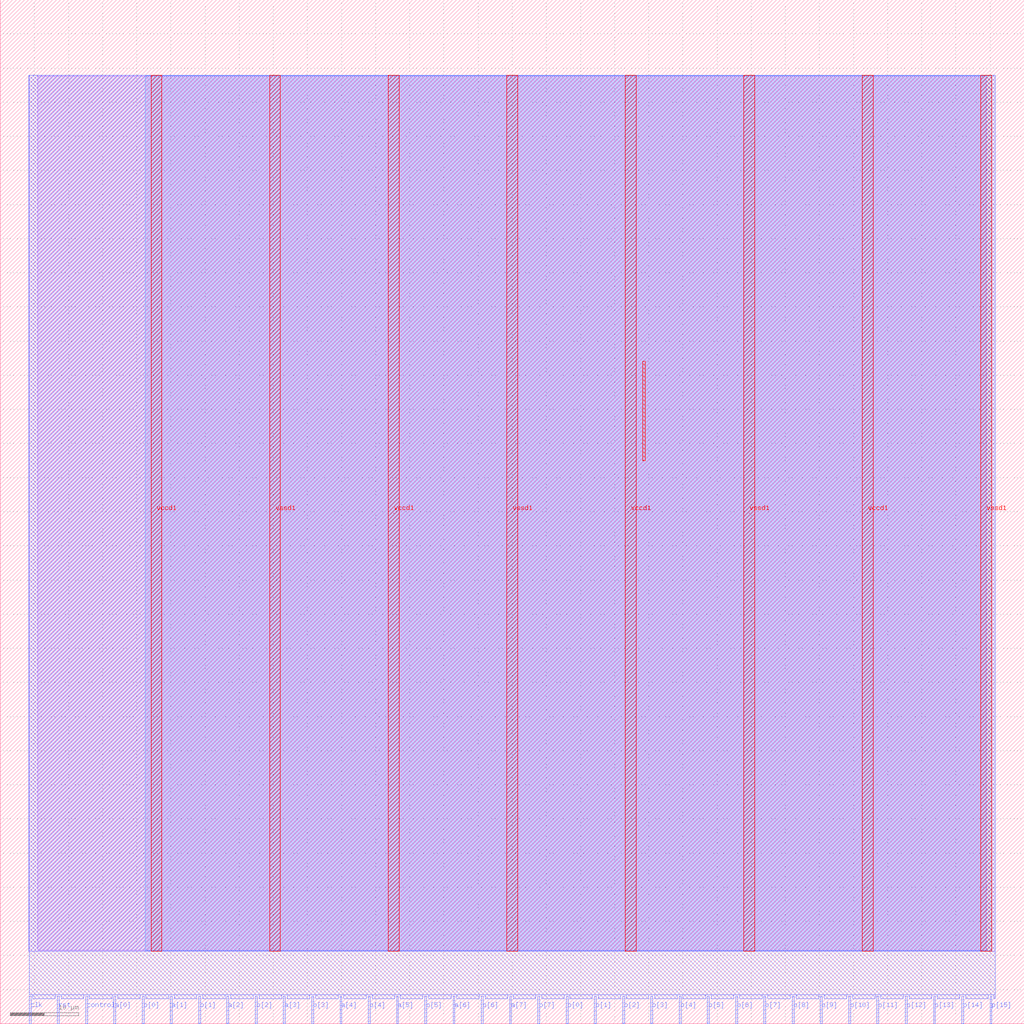
<source format=lef>
VERSION 5.7 ;
  NOWIREEXTENSIONATPIN ON ;
  DIVIDERCHAR "/" ;
  BUSBITCHARS "[]" ;
MACRO vmsu_8bit_top
  CLASS BLOCK ;
  FOREIGN vmsu_8bit_top ;
  ORIGIN 0.000 0.000 ;
  SIZE 150.000 BY 150.000 ;
  PIN a[0]
    DIRECTION INPUT ;
    USE SIGNAL ;
    ANTENNAGATEAREA 0.196500 ;
    PORT
      LAYER met2 ;
        RECT 16.650 0.000 16.930 4.000 ;
    END
  END a[0]
  PIN a[1]
    DIRECTION INPUT ;
    USE SIGNAL ;
    ANTENNAGATEAREA 0.196500 ;
    PORT
      LAYER met2 ;
        RECT 24.930 0.000 25.210 4.000 ;
    END
  END a[1]
  PIN a[2]
    DIRECTION INPUT ;
    USE SIGNAL ;
    ANTENNAGATEAREA 0.196500 ;
    PORT
      LAYER met2 ;
        RECT 33.210 0.000 33.490 4.000 ;
    END
  END a[2]
  PIN a[3]
    DIRECTION INPUT ;
    USE SIGNAL ;
    ANTENNAGATEAREA 0.196500 ;
    PORT
      LAYER met2 ;
        RECT 41.490 0.000 41.770 4.000 ;
    END
  END a[3]
  PIN a[4]
    DIRECTION INPUT ;
    USE SIGNAL ;
    ANTENNAGATEAREA 0.196500 ;
    PORT
      LAYER met2 ;
        RECT 49.770 0.000 50.050 4.000 ;
    END
  END a[4]
  PIN a[5]
    DIRECTION INPUT ;
    USE SIGNAL ;
    ANTENNAGATEAREA 0.196500 ;
    PORT
      LAYER met2 ;
        RECT 58.050 0.000 58.330 4.000 ;
    END
  END a[5]
  PIN a[6]
    DIRECTION INPUT ;
    USE SIGNAL ;
    ANTENNAGATEAREA 0.196500 ;
    PORT
      LAYER met2 ;
        RECT 66.330 0.000 66.610 4.000 ;
    END
  END a[6]
  PIN a[7]
    DIRECTION INPUT ;
    USE SIGNAL ;
    ANTENNAGATEAREA 0.196500 ;
    PORT
      LAYER met2 ;
        RECT 74.610 0.000 74.890 4.000 ;
    END
  END a[7]
  PIN b[0]
    DIRECTION INPUT ;
    USE SIGNAL ;
    ANTENNAGATEAREA 0.196500 ;
    PORT
      LAYER met2 ;
        RECT 20.790 0.000 21.070 4.000 ;
    END
  END b[0]
  PIN b[1]
    DIRECTION INPUT ;
    USE SIGNAL ;
    ANTENNAGATEAREA 0.196500 ;
    PORT
      LAYER met2 ;
        RECT 29.070 0.000 29.350 4.000 ;
    END
  END b[1]
  PIN b[2]
    DIRECTION INPUT ;
    USE SIGNAL ;
    ANTENNAGATEAREA 0.196500 ;
    PORT
      LAYER met2 ;
        RECT 37.350 0.000 37.630 4.000 ;
    END
  END b[2]
  PIN b[3]
    DIRECTION INPUT ;
    USE SIGNAL ;
    ANTENNAGATEAREA 0.196500 ;
    PORT
      LAYER met2 ;
        RECT 45.630 0.000 45.910 4.000 ;
    END
  END b[3]
  PIN b[4]
    DIRECTION INPUT ;
    USE SIGNAL ;
    ANTENNAGATEAREA 0.196500 ;
    PORT
      LAYER met2 ;
        RECT 53.910 0.000 54.190 4.000 ;
    END
  END b[4]
  PIN b[5]
    DIRECTION INPUT ;
    USE SIGNAL ;
    ANTENNAGATEAREA 0.196500 ;
    PORT
      LAYER met2 ;
        RECT 62.190 0.000 62.470 4.000 ;
    END
  END b[5]
  PIN b[6]
    DIRECTION INPUT ;
    USE SIGNAL ;
    ANTENNAGATEAREA 0.196500 ;
    PORT
      LAYER met2 ;
        RECT 70.470 0.000 70.750 4.000 ;
    END
  END b[6]
  PIN b[7]
    DIRECTION INPUT ;
    USE SIGNAL ;
    ANTENNAGATEAREA 0.196500 ;
    PORT
      LAYER met2 ;
        RECT 78.750 0.000 79.030 4.000 ;
    END
  END b[7]
  PIN clk
    DIRECTION INPUT ;
    USE SIGNAL ;
    ANTENNAGATEAREA 0.852000 ;
    PORT
      LAYER met2 ;
        RECT 4.230 0.000 4.510 4.000 ;
    END
  END clk
  PIN control
    DIRECTION INPUT ;
    USE SIGNAL ;
    ANTENNAGATEAREA 0.196500 ;
    PORT
      LAYER met2 ;
        RECT 12.510 0.000 12.790 4.000 ;
    END
  END control
  PIN p[0]
    DIRECTION OUTPUT TRISTATE ;
    USE SIGNAL ;
    ANTENNADIFFAREA 2.673000 ;
    PORT
      LAYER met2 ;
        RECT 82.890 0.000 83.170 4.000 ;
    END
  END p[0]
  PIN p[10]
    DIRECTION OUTPUT TRISTATE ;
    USE SIGNAL ;
    ANTENNADIFFAREA 2.673000 ;
    PORT
      LAYER met2 ;
        RECT 124.290 0.000 124.570 4.000 ;
    END
  END p[10]
  PIN p[11]
    DIRECTION OUTPUT TRISTATE ;
    USE SIGNAL ;
    ANTENNADIFFAREA 2.673000 ;
    PORT
      LAYER met2 ;
        RECT 128.430 0.000 128.710 4.000 ;
    END
  END p[11]
  PIN p[12]
    DIRECTION OUTPUT TRISTATE ;
    USE SIGNAL ;
    ANTENNADIFFAREA 2.673000 ;
    PORT
      LAYER met2 ;
        RECT 132.570 0.000 132.850 4.000 ;
    END
  END p[12]
  PIN p[13]
    DIRECTION OUTPUT TRISTATE ;
    USE SIGNAL ;
    ANTENNADIFFAREA 2.673000 ;
    PORT
      LAYER met2 ;
        RECT 136.710 0.000 136.990 4.000 ;
    END
  END p[13]
  PIN p[14]
    DIRECTION OUTPUT TRISTATE ;
    USE SIGNAL ;
    ANTENNADIFFAREA 2.673000 ;
    PORT
      LAYER met2 ;
        RECT 140.850 0.000 141.130 4.000 ;
    END
  END p[14]
  PIN p[15]
    DIRECTION OUTPUT TRISTATE ;
    USE SIGNAL ;
    ANTENNADIFFAREA 2.673000 ;
    PORT
      LAYER met2 ;
        RECT 144.990 0.000 145.270 4.000 ;
    END
  END p[15]
  PIN p[1]
    DIRECTION OUTPUT TRISTATE ;
    USE SIGNAL ;
    ANTENNADIFFAREA 2.673000 ;
    PORT
      LAYER met2 ;
        RECT 87.030 0.000 87.310 4.000 ;
    END
  END p[1]
  PIN p[2]
    DIRECTION OUTPUT TRISTATE ;
    USE SIGNAL ;
    ANTENNADIFFAREA 2.673000 ;
    PORT
      LAYER met2 ;
        RECT 91.170 0.000 91.450 4.000 ;
    END
  END p[2]
  PIN p[3]
    DIRECTION OUTPUT TRISTATE ;
    USE SIGNAL ;
    ANTENNADIFFAREA 2.673000 ;
    PORT
      LAYER met2 ;
        RECT 95.310 0.000 95.590 4.000 ;
    END
  END p[3]
  PIN p[4]
    DIRECTION OUTPUT TRISTATE ;
    USE SIGNAL ;
    ANTENNADIFFAREA 2.673000 ;
    PORT
      LAYER met2 ;
        RECT 99.450 0.000 99.730 4.000 ;
    END
  END p[4]
  PIN p[5]
    DIRECTION OUTPUT TRISTATE ;
    USE SIGNAL ;
    ANTENNADIFFAREA 2.673000 ;
    PORT
      LAYER met2 ;
        RECT 103.590 0.000 103.870 4.000 ;
    END
  END p[5]
  PIN p[6]
    DIRECTION OUTPUT TRISTATE ;
    USE SIGNAL ;
    ANTENNADIFFAREA 2.673000 ;
    PORT
      LAYER met2 ;
        RECT 107.730 0.000 108.010 4.000 ;
    END
  END p[6]
  PIN p[7]
    DIRECTION OUTPUT TRISTATE ;
    USE SIGNAL ;
    ANTENNADIFFAREA 2.673000 ;
    PORT
      LAYER met2 ;
        RECT 111.870 0.000 112.150 4.000 ;
    END
  END p[7]
  PIN p[8]
    DIRECTION OUTPUT TRISTATE ;
    USE SIGNAL ;
    ANTENNADIFFAREA 2.673000 ;
    PORT
      LAYER met2 ;
        RECT 116.010 0.000 116.290 4.000 ;
    END
  END p[8]
  PIN p[9]
    DIRECTION OUTPUT TRISTATE ;
    USE SIGNAL ;
    ANTENNADIFFAREA 2.673000 ;
    PORT
      LAYER met2 ;
        RECT 120.150 0.000 120.430 4.000 ;
    END
  END p[9]
  PIN rst
    DIRECTION INPUT ;
    USE SIGNAL ;
    ANTENNAGATEAREA 0.196500 ;
    PORT
      LAYER met2 ;
        RECT 8.370 0.000 8.650 4.000 ;
    END
  END rst
  PIN vccd1
    DIRECTION INOUT ;
    USE POWER ;
    PORT
      LAYER met4 ;
        RECT 22.085 10.640 23.685 138.960 ;
    END
    PORT
      LAYER met4 ;
        RECT 56.815 10.640 58.415 138.960 ;
    END
    PORT
      LAYER met4 ;
        RECT 91.545 10.640 93.145 138.960 ;
    END
    PORT
      LAYER met4 ;
        RECT 126.275 10.640 127.875 138.960 ;
    END
  END vccd1
  PIN vssd1
    DIRECTION INOUT ;
    USE GROUND ;
    PORT
      LAYER met4 ;
        RECT 39.450 10.640 41.050 138.960 ;
    END
    PORT
      LAYER met4 ;
        RECT 74.180 10.640 75.780 138.960 ;
    END
    PORT
      LAYER met4 ;
        RECT 108.910 10.640 110.510 138.960 ;
    END
    PORT
      LAYER met4 ;
        RECT 143.640 10.640 145.240 138.960 ;
    END
  END vssd1
  OBS
      LAYER li1 ;
        RECT 5.520 10.795 144.440 138.805 ;
      LAYER met1 ;
        RECT 4.210 10.640 145.750 138.960 ;
      LAYER met2 ;
        RECT 4.240 4.280 145.720 138.905 ;
        RECT 4.790 3.670 8.090 4.280 ;
        RECT 8.930 3.670 12.230 4.280 ;
        RECT 13.070 3.670 16.370 4.280 ;
        RECT 17.210 3.670 20.510 4.280 ;
        RECT 21.350 3.670 24.650 4.280 ;
        RECT 25.490 3.670 28.790 4.280 ;
        RECT 29.630 3.670 32.930 4.280 ;
        RECT 33.770 3.670 37.070 4.280 ;
        RECT 37.910 3.670 41.210 4.280 ;
        RECT 42.050 3.670 45.350 4.280 ;
        RECT 46.190 3.670 49.490 4.280 ;
        RECT 50.330 3.670 53.630 4.280 ;
        RECT 54.470 3.670 57.770 4.280 ;
        RECT 58.610 3.670 61.910 4.280 ;
        RECT 62.750 3.670 66.050 4.280 ;
        RECT 66.890 3.670 70.190 4.280 ;
        RECT 71.030 3.670 74.330 4.280 ;
        RECT 75.170 3.670 78.470 4.280 ;
        RECT 79.310 3.670 82.610 4.280 ;
        RECT 83.450 3.670 86.750 4.280 ;
        RECT 87.590 3.670 90.890 4.280 ;
        RECT 91.730 3.670 95.030 4.280 ;
        RECT 95.870 3.670 99.170 4.280 ;
        RECT 100.010 3.670 103.310 4.280 ;
        RECT 104.150 3.670 107.450 4.280 ;
        RECT 108.290 3.670 111.590 4.280 ;
        RECT 112.430 3.670 115.730 4.280 ;
        RECT 116.570 3.670 119.870 4.280 ;
        RECT 120.710 3.670 124.010 4.280 ;
        RECT 124.850 3.670 128.150 4.280 ;
        RECT 128.990 3.670 132.290 4.280 ;
        RECT 133.130 3.670 136.430 4.280 ;
        RECT 137.270 3.670 140.570 4.280 ;
        RECT 141.410 3.670 144.710 4.280 ;
        RECT 145.550 3.670 145.720 4.280 ;
      LAYER met3 ;
        RECT 21.225 10.715 145.230 138.885 ;
      LAYER met4 ;
        RECT 94.135 82.455 94.465 97.065 ;
  END
END vmsu_8bit_top
END LIBRARY


</source>
